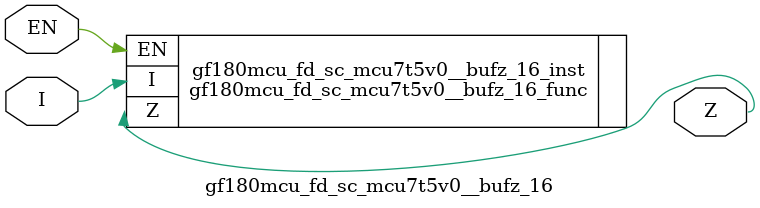
<source format=v>

module gf180mcu_fd_sc_mcu7t5v0__bufz_16( EN, I, Z );
input EN, I;
output Z;

   `ifdef FUNCTIONAL  //  functional //

	gf180mcu_fd_sc_mcu7t5v0__bufz_16_func gf180mcu_fd_sc_mcu7t5v0__bufz_16_behav_inst(.EN(EN),.I(I),.Z(Z));

   `else

	gf180mcu_fd_sc_mcu7t5v0__bufz_16_func gf180mcu_fd_sc_mcu7t5v0__bufz_16_inst(.EN(EN),.I(I),.Z(Z));

	// spec_gates_begin


	// spec_gates_end



   specify

	// specify_block_begin

	// comb arc EN --> Z
	 (EN => Z) = (1.0,1.0);

	// comb arc I --> Z
	 (I => Z) = (1.0,1.0);

	// specify_block_end

   endspecify

   `endif

endmodule

</source>
